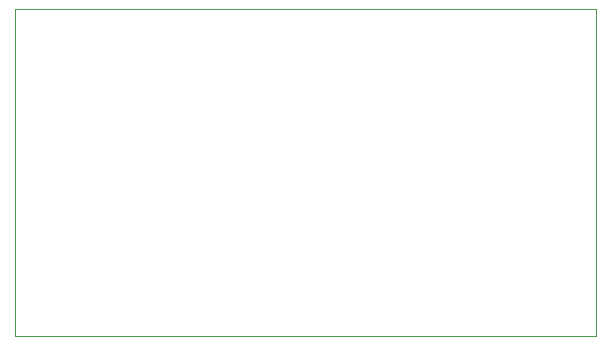
<source format=gbr>
G04 #@! TF.GenerationSoftware,KiCad,Pcbnew,5.1.5+dfsg1-2build2*
G04 #@! TF.CreationDate,2022-10-07T11:57:08+02:00*
G04 #@! TF.ProjectId,CMS_AmpliGBP,434d535f-416d-4706-9c69-4742502e6b69,rev?*
G04 #@! TF.SameCoordinates,Original*
G04 #@! TF.FileFunction,Profile,NP*
%FSLAX46Y46*%
G04 Gerber Fmt 4.6, Leading zero omitted, Abs format (unit mm)*
G04 Created by KiCad (PCBNEW 5.1.5+dfsg1-2build2) date 2022-10-07 11:57:08*
%MOMM*%
%LPD*%
G04 APERTURE LIST*
%ADD10C,0.050000*%
G04 APERTURE END LIST*
D10*
X123215400Y-121691400D02*
X123215400Y-93929200D01*
X172389800Y-121691400D02*
X123215400Y-121691400D01*
X172389800Y-93929200D02*
X172389800Y-121691400D01*
X123215400Y-93929200D02*
X172389800Y-93929200D01*
M02*

</source>
